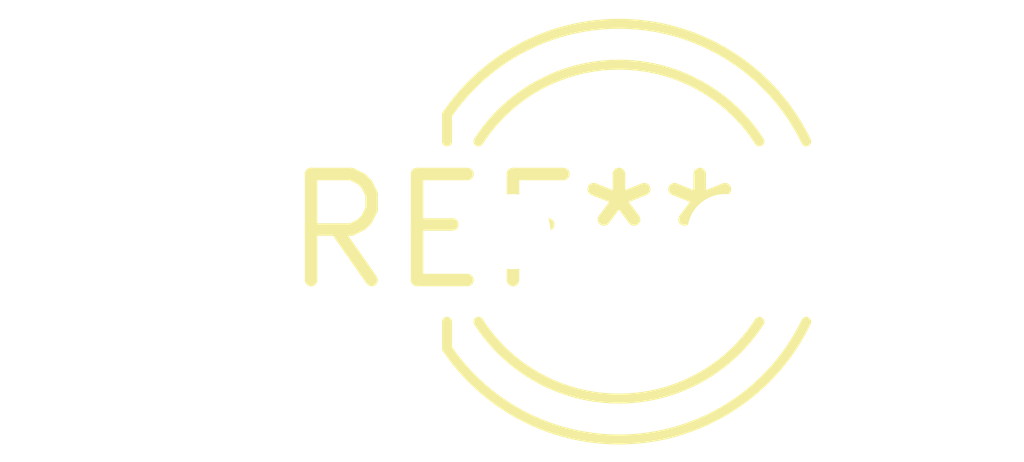
<source format=kicad_pcb>
(kicad_pcb (version 20240108) (generator pcbnew)
  (layers (0 "F.Cu" signal) (31 "B.Cu" signal) (34 "B.Paste" user) (35 "F.Paste" user) (36 "B.SilkS" user "B.Silkscreen") (37 "F.SilkS" user "F.Silkscreen") (38 "B.Mask" user) (39 "F.Mask" user) (44 "Edge.Cuts" user))
  (net 0 "")
  (footprint "LED_D4.0mm" (layer "F.Cu") (at 0 0)
    (property "Reference" "REF**")
    (property "Value" "LED_D4.0mm")
    (fp_line (start -0.79 -1.399) (end -0.79 -1.08) (layer "F.SilkS") (stroke (width 0.12)))
    (fp_line (start -0.79 1.08) (end -0.79 1.399) (layer "F.SilkS") (stroke (width 0.12)))
    (fp_arc (start -0.79 -1.398749) (mid 1.453519 -2.483228) (end 3.513242 -1.080724) (layer "F.SilkS") (stroke (width 0.12)))
    (fp_arc (start -0.41333 -1.08) (mid 1.269429 -2) (end 2.952713 -1.080961) (layer "F.SilkS") (stroke (width 0.12)))
    (fp_arc (start 2.952713 1.080961) (mid 1.269429 2) (end -0.41333 1.08) (layer "F.SilkS") (stroke (width 0.12)))
    (fp_arc (start 3.513242 1.080724) (mid 1.453519 2.483228) (end -0.79 1.398749) (layer "F.SilkS") (stroke (width 0.12)))
    (pad "1" thru_hole rect (at 0 0) (size 1.8 1.8) (drill 0.9) (layers *.Cu *.Mask) (remove_unused_layers))
    (pad "2" thru_hole circle (at 2.54 0) (size 1.8 1.8) (drill 0.9) (layers *.Cu *.Mask) (remove_unused_layers))
  )
)
</source>
